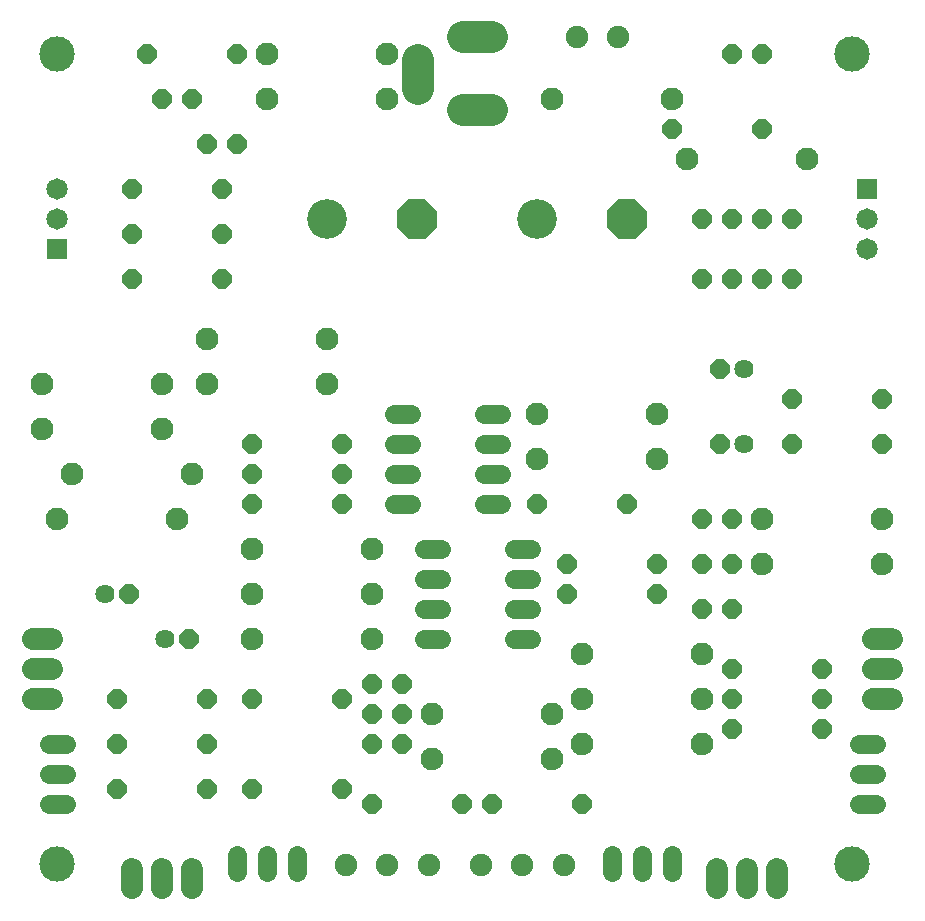
<source format=gts>
G75*
%MOIN*%
%OFA0B0*%
%FSLAX25Y25*%
%IPPOS*%
%LPD*%
%AMOC8*
5,1,8,0,0,1.08239X$1,22.5*
%
%ADD10OC8,0.13200*%
%ADD11C,0.13200*%
%ADD12OC8,0.06400*%
%ADD13C,0.07600*%
%ADD14R,0.07137X0.07137*%
%ADD15C,0.07137*%
%ADD16C,0.10643*%
%ADD17C,0.11824*%
%ADD18C,0.06400*%
%ADD19C,0.06400*%
%ADD20C,0.07200*%
%ADD21C,0.07531*%
D10*
X0140000Y0235000D03*
X0210000Y0235000D03*
D11*
X0180000Y0235000D03*
X0110000Y0235000D03*
D12*
X0080000Y0260000D03*
X0070000Y0260000D03*
X0075000Y0245000D03*
X0075000Y0230000D03*
X0075000Y0215000D03*
X0045000Y0215000D03*
X0045000Y0230000D03*
X0045000Y0245000D03*
X0055000Y0275000D03*
X0065000Y0275000D03*
X0050000Y0290000D03*
X0080000Y0290000D03*
X0085000Y0160000D03*
X0085000Y0150000D03*
X0085000Y0140000D03*
X0115000Y0140000D03*
X0115000Y0150000D03*
X0115000Y0160000D03*
X0064000Y0095000D03*
X0070000Y0075000D03*
X0070000Y0060000D03*
X0070000Y0045000D03*
X0085000Y0045000D03*
X0085000Y0075000D03*
X0115000Y0075000D03*
X0125000Y0070000D03*
X0125000Y0060000D03*
X0135000Y0060000D03*
X0135000Y0070000D03*
X0135000Y0080000D03*
X0125000Y0080000D03*
X0115000Y0045000D03*
X0125000Y0040000D03*
X0155000Y0040000D03*
X0165000Y0040000D03*
X0195000Y0040000D03*
X0245000Y0065000D03*
X0245000Y0075000D03*
X0245000Y0085000D03*
X0245000Y0105000D03*
X0235000Y0105000D03*
X0235000Y0120000D03*
X0245000Y0120000D03*
X0245000Y0135000D03*
X0235000Y0135000D03*
X0220000Y0120000D03*
X0220000Y0110000D03*
X0190000Y0110000D03*
X0190000Y0120000D03*
X0180000Y0140000D03*
X0210000Y0140000D03*
X0241000Y0160000D03*
X0241000Y0185000D03*
X0265000Y0175000D03*
X0265000Y0160000D03*
X0295000Y0160000D03*
X0295000Y0175000D03*
X0265000Y0215000D03*
X0255000Y0215000D03*
X0245000Y0215000D03*
X0235000Y0215000D03*
X0235000Y0235000D03*
X0245000Y0235000D03*
X0255000Y0235000D03*
X0265000Y0235000D03*
X0255000Y0265000D03*
X0255000Y0290000D03*
X0245000Y0290000D03*
X0225000Y0265000D03*
X0275000Y0085000D03*
X0275000Y0075000D03*
X0275000Y0065000D03*
X0044000Y0110000D03*
X0040000Y0075000D03*
X0040000Y0060000D03*
X0040000Y0045000D03*
D13*
X0085000Y0095000D03*
X0085000Y0110000D03*
X0085000Y0125000D03*
X0060000Y0135000D03*
X0065000Y0150000D03*
X0055000Y0165000D03*
X0055000Y0180000D03*
X0070000Y0180000D03*
X0070000Y0195000D03*
X0110000Y0195000D03*
X0110000Y0180000D03*
X0125000Y0125000D03*
X0125000Y0110000D03*
X0125000Y0095000D03*
X0145000Y0070000D03*
X0145000Y0055000D03*
X0185000Y0055000D03*
X0195000Y0060000D03*
X0185000Y0070000D03*
X0195000Y0075000D03*
X0195000Y0090000D03*
X0235000Y0090000D03*
X0235000Y0075000D03*
X0235000Y0060000D03*
X0255000Y0120000D03*
X0255000Y0135000D03*
X0220000Y0155000D03*
X0220000Y0170000D03*
X0180000Y0170000D03*
X0180000Y0155000D03*
X0230000Y0255000D03*
X0225000Y0275000D03*
X0185000Y0275000D03*
X0130000Y0275000D03*
X0130000Y0290000D03*
X0090000Y0290000D03*
X0090000Y0275000D03*
X0015000Y0180000D03*
X0015000Y0165000D03*
X0025000Y0150000D03*
X0020000Y0135000D03*
X0270000Y0255000D03*
X0295000Y0135000D03*
X0295000Y0120000D03*
D14*
X0290000Y0245000D03*
X0020000Y0225000D03*
D15*
X0020000Y0235000D03*
X0020000Y0245000D03*
X0290000Y0235000D03*
X0290000Y0225000D03*
D16*
X0164921Y0271260D02*
X0155079Y0271260D01*
X0140315Y0278150D02*
X0140315Y0287992D01*
X0155079Y0295472D02*
X0164921Y0295472D01*
D17*
X0020000Y0020000D03*
X0020000Y0290000D03*
X0285000Y0290000D03*
X0285000Y0020000D03*
D18*
X0249000Y0160000D03*
X0249000Y0185000D03*
X0056000Y0095000D03*
X0036000Y0110000D03*
D19*
X0022800Y0060000D02*
X0017200Y0060000D01*
X0017200Y0050000D02*
X0022800Y0050000D01*
X0022800Y0040000D02*
X0017200Y0040000D01*
X0080000Y0022800D02*
X0080000Y0017200D01*
X0090000Y0017200D02*
X0090000Y0022800D01*
X0100000Y0022800D02*
X0100000Y0017200D01*
X0142200Y0095000D02*
X0147800Y0095000D01*
X0147800Y0105000D02*
X0142200Y0105000D01*
X0142200Y0115000D02*
X0147800Y0115000D01*
X0147800Y0125000D02*
X0142200Y0125000D01*
X0137800Y0140000D02*
X0132200Y0140000D01*
X0132200Y0150000D02*
X0137800Y0150000D01*
X0137800Y0160000D02*
X0132200Y0160000D01*
X0132200Y0170000D02*
X0137800Y0170000D01*
X0162200Y0170000D02*
X0167800Y0170000D01*
X0167800Y0160000D02*
X0162200Y0160000D01*
X0162200Y0150000D02*
X0167800Y0150000D01*
X0167800Y0140000D02*
X0162200Y0140000D01*
X0172200Y0125000D02*
X0177800Y0125000D01*
X0177800Y0115000D02*
X0172200Y0115000D01*
X0172200Y0105000D02*
X0177800Y0105000D01*
X0177800Y0095000D02*
X0172200Y0095000D01*
X0205000Y0022800D02*
X0205000Y0017200D01*
X0215000Y0017200D02*
X0215000Y0022800D01*
X0225000Y0022800D02*
X0225000Y0017200D01*
X0287200Y0040000D02*
X0292800Y0040000D01*
X0292800Y0050000D02*
X0287200Y0050000D01*
X0287200Y0060000D02*
X0292800Y0060000D01*
D20*
X0291800Y0075000D02*
X0298200Y0075000D01*
X0298200Y0085000D02*
X0291800Y0085000D01*
X0291800Y0095000D02*
X0298200Y0095000D01*
X0260000Y0018200D02*
X0260000Y0011800D01*
X0250000Y0011800D02*
X0250000Y0018200D01*
X0240000Y0018200D02*
X0240000Y0011800D01*
X0065000Y0011800D02*
X0065000Y0018200D01*
X0055000Y0018200D02*
X0055000Y0011800D01*
X0045000Y0011800D02*
X0045000Y0018200D01*
X0018200Y0075000D02*
X0011800Y0075000D01*
X0011800Y0085000D02*
X0018200Y0085000D01*
X0018200Y0095000D02*
X0011800Y0095000D01*
D21*
X0116220Y0019606D03*
X0130000Y0019606D03*
X0143780Y0019606D03*
X0161220Y0019606D03*
X0175000Y0019606D03*
X0188780Y0019606D03*
X0193110Y0295394D03*
X0206890Y0295394D03*
M02*

</source>
